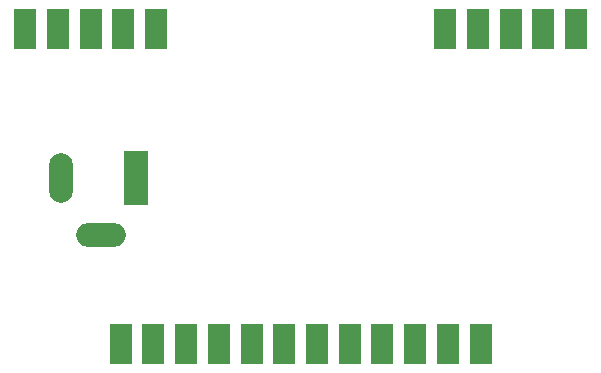
<source format=gbs>
%TF.GenerationSoftware,KiCad,Pcbnew,6.0.6-1.fc36*%
%TF.CreationDate,2022-07-20T00:31:47+02:00*%
%TF.ProjectId,atari-lpt-joysticks,61746172-692d-46c7-9074-2d6a6f797374,rev?*%
%TF.SameCoordinates,Original*%
%TF.FileFunction,Soldermask,Bot*%
%TF.FilePolarity,Negative*%
%FSLAX46Y46*%
G04 Gerber Fmt 4.6, Leading zero omitted, Abs format (unit mm)*
G04 Created by KiCad (PCBNEW 6.0.6-1.fc36) date 2022-07-20 00:31:47*
%MOMM*%
%LPD*%
G01*
G04 APERTURE LIST*
%ADD10R,1.846667X3.480000*%
%ADD11R,2.000000X4.600000*%
%ADD12O,2.000000X4.200000*%
%ADD13O,4.200000X2.000000*%
G04 APERTURE END LIST*
D10*
%TO.C,Joystick-3*%
X93520000Y-65482500D03*
X96290000Y-65482500D03*
X99060000Y-65482500D03*
X101830000Y-65482500D03*
X104600000Y-65482500D03*
%TD*%
%TO.C,Joystick-4*%
X129080000Y-65482500D03*
X131850000Y-65482500D03*
X134620000Y-65482500D03*
X137390000Y-65482500D03*
X140160000Y-65482500D03*
%TD*%
%TO.C,J1*%
X101605000Y-92097500D03*
X104375000Y-92097500D03*
X107145000Y-92097500D03*
X109915000Y-92097500D03*
X112685000Y-92097500D03*
X115455000Y-92097500D03*
X118225000Y-92097500D03*
X120995000Y-92097500D03*
X123765000Y-92097500D03*
X126535000Y-92097500D03*
X129305000Y-92097500D03*
X132075000Y-92097500D03*
%TD*%
D11*
%TO.C,J2*%
X102870000Y-78090000D03*
D12*
X96570000Y-78090000D03*
D13*
X99970000Y-82890000D03*
%TD*%
M02*

</source>
